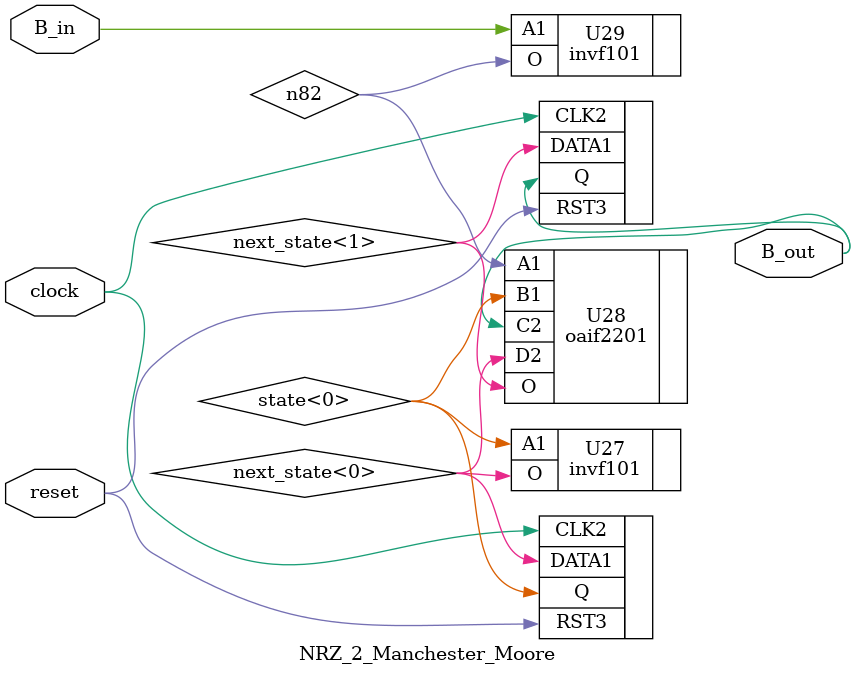
<source format=v>

module NRZ_2_Manchester_Moore ( B_out, B_in, clock, reset );
input  B_in, clock, reset;
output B_out;
    wire \next_state<1> , \next_state<0> , \state<0> , n82;
    invf101 U27 ( .A1(\state<0> ), .O(\next_state<0> ) );
    oaif2201 U28 ( .A1(n82), .B1(\state<0> ), .C2(B_out), .D2(\next_state<0> ), 
        .O(\next_state<1> ) );
    invf101 U29 ( .A1(B_in), .O(n82) );
    dfrf301 \state_reg<1>  ( .DATA1(\next_state<1> ), .CLK2(clock), .RST3(
        reset), .Q(B_out) );
    dfrf301 \state_reg<0>  ( .DATA1(\next_state<0> ), .CLK2(clock), .RST3(
        reset), .Q(\state<0> ) );
endmodule


</source>
